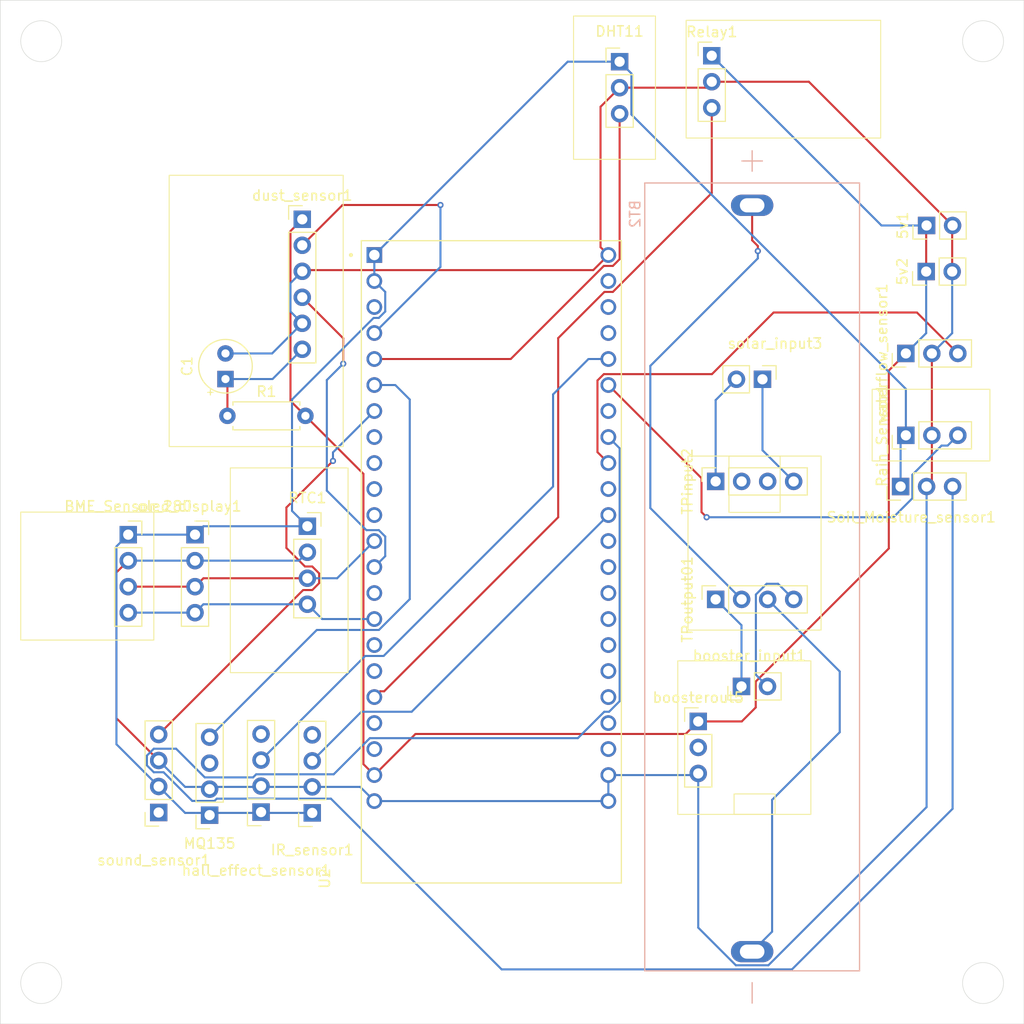
<source format=kicad_pcb>
(kicad_pcb (version 20240108) (generator "pcbnew") (generator_version "8.0")
  (layers (0 "F.Cu" signal) (31 "B.Cu" signal) (34 "B.Paste" user) (35 "F.Paste" user) (36 "B.SilkS" user "B.Silkscreen") (37 "F.SilkS" user "F.Silkscreen") (38 "B.Mask" user) (39 "F.Mask" user) (44 "Edge.Cuts" user))
  (net 0 "")
  (net 1 "GND")
  (net 2 "SCL")
  (net 3 "3.3V")
  (net 4 "SDA")
  (net 5 "Net-(TPoutput01-Pin_1)")
  (net 6 "Net-(TPoutput01-Pin_4)")
  (net 7 "Net-(dust_sensor1-Pin_6)")
  (net 8 "5V")
  (net 9 "Net-(DHT11-Pin_3)")
  (net 11 "Net-(TPoutput01-Pin_3)")
  (net 12 "Net-(TPoutput01-Pin_2)")
  (net 13 "Net-(TPinput2-Pin_1)")
  (net 16 "Net-(TPinput2-Pin_4)")
  (net 40 "Net-(U2-GPIO3)")
  (net 41 "Net-(U2-GPIO4)")
  (net 43 "Net-(U2-GPIO2)")
  (net 44 "Net-(IR_sensor1-Pin_3)")
  (net 46 "Net-(MQ135-Pin_4)")
  (net 48 "Net-(Rain_Sensor1-Pin_3)")
  (net 49 "Net-(Relay1-Pin_3)")
  (net 50 "Net-(Soil_Moisture_sensor1-Pin_3)")
  (net 51 "Net-(U2-GPIO7)")
  (net 53 "Net-(U2-MTCK{slash}GPIO39)")
  (footprint "Connector_PinSocket_2.54mm:PinSocket_1x04_P2.54mm_Vertical" (layer "F.Cu") (at 108.88 90.025 90)
    (property "Reference" "TPoutput01" (at 0 -2.77 -90) (layer "F.SilkS"))
    (property "Value" "Conn_01x04_Pin" (hide yes))
    (pad "1" thru_hole rect (at 0 0 90) (size 1.7 1.7) (drill 1) (layers "*.Cu" "*.Mask") (net 5 "Net-(TPoutput01-Pin_1)"))
    (pad "2" thru_hole oval (at 0 2.54 90) (size 1.7 1.7) (drill 1) (layers "*.Cu" "*.Mask") (net 12 "Net-(TPoutput01-Pin_2)"))
    (pad "3" thru_hole oval (at 0 5.08 90) (size 1.7 1.7) (drill 1) (layers "*.Cu" "*.Mask") (net 11 "Net-(TPoutput01-Pin_3)"))
    (pad "4" thru_hole oval (at 0 7.62 90) (size 1.7 1.7) (drill 1) (layers "*.Cu" "*.Mask") (net 6 "Net-(TPoutput01-Pin_4)"))
  )
  (footprint "esp32s3:XCVR_ESP32-S3-DEVKITC-1-N8R2" (layer "F.Cu") (at 86.9705 86.355)
    (property "Reference" "U2" (at -16.2705 30.9295 90) (layer "F.SilkS"))
    (property "Value" "ESP32-S3-DEVKITC-1-N8R2")
    (pad "J1_1" thru_hole rect (at -11.43 -29.97) (size 1.53 1.53) (drill 1.02) (layers "*.Cu" "*.Mask") (net 3 "3.3V"))
    (pad "J1_2" thru_hole circle (at -11.43 -27.43) (size 1.53 1.53) (drill 1.02) (layers "*.Cu" "*.Mask") (net 3 "3.3V"))
    (pad "J1_3" thru_hole circle (at -11.43 -24.89) (size 1.53 1.53) (drill 1.02) (layers "*.Cu" "*.Mask"))
    (pad "J1_4" thru_hole circle (at -11.43 -22.35) (size 1.53 1.53) (drill 1.02) (layers "*.Cu" "*.Mask") (net 41 "Net-(U2-GPIO4)"))
    (pad "J1_5" thru_hole circle (at -11.43 -19.81) (size 1.53 1.53) (drill 1.02) (layers "*.Cu" "*.Mask") (net 9 "Net-(DHT11-Pin_3)"))
    (pad "J1_6" thru_hole circle (at -11.43 -17.27) (size 1.53 1.53) (drill 1.02) (layers "*.Cu" "*.Mask") (net 46 "Net-(MQ135-Pin_4)"))
    (pad "J1_7" thru_hole circle (at -11.43 -14.73) (size 1.53 1.53) (drill 1.02) (layers "*.Cu" "*.Mask") (net 51 "Net-(U2-GPIO7)"))
    (pad "J1_8" thru_hole circle (at -11.43 -12.19) (size 1.53 1.53) (drill 1.02) (layers "*.Cu" "*.Mask"))
    (pad "J1_9" thru_hole circle (at -11.43 -9.65) (size 1.53 1.53) (drill 1.02) (layers "*.Cu" "*.Mask"))
    (pad "J1_10" thru_hole circle (at -11.43 -7.11) (size 1.53 1.53) (drill 1.02) (layers "*.Cu" "*.Mask"))
    (pad "J1_11" thru_hole circle (at -11.43 -4.57) (size 1.53 1.53) (drill 1.02) (layers "*.Cu" "*.Mask"))
    (pad "J1_12" thru_hole circle (at -11.43 -2.03) (size 1.53 1.53) (drill 1.02) (layers "*.Cu" "*.Mask") (net 4 "SDA"))
    (pad "J1_13" thru_hole circle (at -11.43 0.51) (size 1.53 1.53) (drill 1.02) (layers "*.Cu" "*.Mask") (net 40 "Net-(U2-GPIO3)"))
    (pad "J1_14" thru_hole circle (at -11.43 3.05) (size 1.53 1.53) (drill 1.02) (layers "*.Cu" "*.Mask"))
    (pad "J1_15" thru_hole circle (at -11.43 5.59) (size 1.53 1.53) (drill 1.02) (layers "*.Cu" "*.Mask") (net 2 "SCL"))
    (pad "J1_16" thru_hole circle (at -11.43 8.13) (size 1.53 1.53) (drill 1.02) (layers "*.Cu" "*.Mask"))
    (pad "J1_17" thru_hole circle (at -11.43 10.67) (size 1.53 1.53) (drill 1.02) (layers "*.Cu" "*.Mask"))
    (pad "J1_18" thru_hole circle (at -11.43 13.21) (size 1.53 1.53) (drill 1.02) (layers "*.Cu" "*.Mask") (net 49 "Net-(Relay1-Pin_3)"))
    (pad "J1_19" thru_hole circle (at -11.43 15.75) (size 1.53 1.53) (drill 1.02) (layers "*.Cu" "*.Mask"))
    (pad "J1_20" thru_hole circle (at -11.43 18.29) (size 1.53 1.53) (drill 1.02) (layers "*.Cu" "*.Mask"))
    (pad "J1_21" thru_hole circle (at -11.43 20.83) (size 1.53 1.53) (drill 1.02) (layers "*.Cu" "*.Mask") (net 8 "5V"))
    (pad "J1_22" thru_hole circle (at -11.43 23.37) (size 1.53 1.53) (drill 1.02) (layers "*.Cu" "*.Mask") (net 1 "GND"))
    (pad "J3_1" thru_hole circle (at 11.43 -29.97) (size 1.53 1.53) (drill 1.02) (layers "*.Cu" "*.Mask") (net 1 "GND"))
    (pad "J3_2" thru_hole circle (at 11.43 -27.43) (size 1.53 1.53) (drill 1.02) (layers "*.Cu" "*.Mask"))
    (pad "J3_3" thru_hole circle (at 11.43 -24.89) (size 1.53 1.53) (drill 1.02) (layers "*.Cu" "*.Mask"))
    (pad "J3_4" thru_hole circle (at 11.43 -22.35) (size 1.53 1.53) (drill 1.02) (layers "*.Cu" "*.Mask"))
    (pad "J3_5" thru_hole circle (at 11.43 -19.81) (size 1.53 1.53) (drill 1.02) (layers "*.Cu" "*.Mask") (net 43 "Net-(U2-GPIO2)"))
    (pad "J3_6" thru_hole circle (at 11.43 -17.27) (size 1.53 1.53) (drill 1.02) (layers "*.Cu" "*.Mask") (net 48 "Net-(Rain_Sensor1-Pin_3)"))
    (pad "J3_7" thru_hole circle (at 11.43 -14.73) (size 1.53 1.53) (drill 1.02) (layers "*.Cu" "*.Mask"))
    (pad "J3_8" thru_hole circle (at 11.43 -12.19) (size 1.53 1.53) (drill 1.02) (layers "*.Cu" "*.Mask") (net 50 "Net-(Soil_Moisture_sensor1-Pin_3)"))
    (pad "J3_9" thru_hole circle (at 11.43 -9.65) (size 1.53 1.53) (drill 1.02) (layers "*.Cu" "*.Mask") (net 53 "Net-(U2-MTCK{slash}GPIO39)"))
    (pad "J3_10" thru_hole circle (at 11.43 -7.11) (size 1.53 1.53) (drill 1.02) (layers "*.Cu" "*.Mask"))
    (pad "J3_11" thru_hole circle (at 11.43 -4.57) (size 1.53 1.53) (drill 1.02) (layers "*.Cu" "*.Mask") (net 44 "Net-(IR_sensor1-Pin_3)"))
    (pad "J3_12" thru_hole circle (at 11.43 -2.03) (size 1.53 1.53) (drill 1.02) (layers "*.Cu" "*.Mask"))
    (pad "J3_13" thru_hole circle (at 11.43 0.51) (size 1.53 1.53) (drill 1.02) (layers "*.Cu" "*.Mask"))
    (pad "J3_14" thru_hole circle (at 11.43 3.05) (size 1.53 1.53) (drill 1.02) (layers "*.Cu" "*.Mask"))
    (pad "J3_15" thru_hole circle (at 11.43 5.59) (size 1.53 1.53) (drill 1.02) (layers "*.Cu" "*.Mask"))
    (pad "J3_16" thru_hole circle (at 11.43 8.13) (size 1.53 1.53) (drill 1.02) (layers "*.Cu" "*.Mask"))
    (pad "J3_17" thru_hole circle (at 11.43 10.67) (size 1.53 1.53) (drill 1.02) (layers "*.Cu" "*.Mask"))
    (pad "J3_18" thru_hole circle (at 11.43 13.21) (size 1.53 1.53) (drill 1.02) (layers "*.Cu" "*.Mask"))
    (pad "J3_19" thru_hole circle (at 11.43 15.75) (size 1.53 1.53) (drill 1.02) (layers "*.Cu" "*.Mask"))
    (pad "J3_20" thru_hole circle (at 11.43 18.29) (size 1.53 1.53) (drill 1.02) (layers "*.Cu" "*.Mask"))
    (pad "J3_21" thru_hole circle (at 11.43 20.83) (size 1.53 1.53) (drill 1.02) (layers "*.Cu" "*.Mask") (net 1 "GND"))
    (pad "J3_22" thru_hole circle (at 11.43 23.37) (size 1.53 1.53) (drill 1.02) (layers "*.Cu" "*.Mask") (net 1 "GND"))
  )
  (footprint "Capacitor_THT:CP_Radial_Tantal_D5.0mm_P2.50mm" (layer "F.Cu") (at 61 68.5 90)
    (property "Reference" "C1" (at 1.25 -3.75 90) (layer "F.SilkS"))
    (property "Value" "C_Polarized")
    (pad "1" thru_hole rect (at 0 0 90) (size 1.6 1.6) (drill 0.8) (layers "*.Cu" "*.Mask") (net 7 "Net-(dust_sensor1-Pin_6)"))
    (pad "2" thru_hole circle (at 2.5 0 90) (size 1.6 1.6) (drill 0.8) (layers "*.Cu" "*.Mask") (net 1 "GND"))
  )
  (footprint "Connector_PinHeader_2.54mm:PinHeader_1x02_P2.54mm_Vertical" (layer "F.Cu") (at 129.485 53.5 90)
    (property "Reference" "5v1" (at 0 -2.33 -90) (layer "F.SilkS"))
    (property "Value" "Conn_01x02_Pin" (hide yes))
    (pad "1" thru_hole rect (at 0 0 90) (size 1.7 1.7) (drill 1) (layers "*.Cu" "*.Mask") (net 8 "5V"))
    (pad "2" thru_hole oval (at 0 2.54 90) (size 1.7 1.7) (drill 1) (layers "*.Cu" "*.Mask") (net 1 "GND"))
  )
  (footprint "Connector_PinHeader_2.54mm:PinHeader_1x03_P2.54mm_Vertical" (layer "F.Cu") (at 99.5 37.5)
    (property "Reference" "DHT11" (at 0 -2.96 0) (layer "F.SilkS"))
    (property "Value" "Conn_01x03_Pin" (hide yes))
    (pad "1" thru_hole rect (at 0 0) (size 1.7 1.7) (drill 1) (layers "*.Cu" "*.Mask") (net 3 "3.3V"))
    (pad "2" thru_hole oval (at 0 2.54) (size 1.7 1.7) (drill 1) (layers "*.Cu" "*.Mask") (net 1 "GND"))
    (pad "3" thru_hole oval (at 0 5.08) (size 1.7 1.7) (drill 1) (layers "*.Cu" "*.Mask") (net 9 "Net-(DHT11-Pin_3)"))
  )
  (footprint "Connector_PinSocket_2.54mm:PinSocket_1x04_P2.54mm_Vertical" (layer "F.Cu") (at 54.475 110.84 180)
    (property "Reference" "sound_sensor1" (at 0.475 -4.66 180) (layer "F.SilkS"))
    (property "Value" "Conn_01x04_Pin" (hide yes))
    (pad "1" thru_hole rect (at 0 0 180) (size 1.7 1.7) (drill 1) (layers "*.Cu" "*.Mask"))
    (pad "2" thru_hole oval (at 0 2.54 180) (size 1.7 1.7) (drill 1) (layers "*.Cu" "*.Mask") (net 3 "3.3V"))
    (pad "3" thru_hole oval (at 0 5.08 180) (size 1.7 1.7) (drill 1) (layers "*.Cu" "*.Mask") (net 1 "GND"))
    (pad "4" thru_hole oval (at 0 7.62 180) (size 1.7 1.7) (drill 1) (layers "*.Cu" "*.Mask") (net 51 "Net-(U2-GPIO7)"))
  )
  (footprint "Connector_PinSocket_2.54mm:PinSocket_1x04_P2.54mm_Vertical" (layer "F.Cu") (at 108.88 78.5 90)
    (property "Reference" "TPinput2" (at 0 -2.77 -90) (layer "F.SilkS"))
    (property "Value" "Conn_01x04_Pin")
    (pad "1" thru_hole rect (at 0 0 90) (size 1.7 1.7) (drill 1) (layers "*.Cu" "*.Mask") (net 13 "Net-(TPinput2-Pin_1)"))
    (pad "2" thru_hole oval (at 0 2.54 90) (size 1.7 1.7) (drill 1) (layers "*.Cu" "*.Mask"))
    (pad "3" thru_hole oval (at 0 5.08 90) (size 1.7 1.7) (drill 1) (layers "*.Cu" "*.Mask"))
    (pad "4" thru_hole oval (at 0 7.62 90) (size 1.7 1.7) (drill 1) (layers "*.Cu" "*.Mask") (net 16 "Net-(TPinput2-Pin_4)"))
  )
  (footprint "Connector_PinSocket_2.54mm:PinSocket_1x04_P2.54mm_Vertical" (layer "F.Cu") (at 69 82.88)
    (property "Reference" "RTC1" (at 0 -2.77 0) (layer "F.SilkS"))
    (property "Value" "Conn_01x04_Pin" (hide yes))
    (pad "1" thru_hole rect (at 0 0) (size 1.7 1.7) (drill 1) (layers "*.Cu" "*.Mask") (net 3 "3.3V"))
    (pad "2" thru_hole oval (at 0 2.54) (size 1.7 1.7) (drill 1) (layers "*.Cu" "*.Mask") (net 1 "GND"))
    (pad "3" thru_hole oval (at 0 5.08) (size 1.7 1.7) (drill 1) (layers "*.Cu" "*.Mask") (net 4 "SDA"))
    (pad "4" thru_hole oval (at 0 7.62) (size 1.7 1.7) (drill 1) (layers "*.Cu" "*.Mask") (net 2 "SCL"))
  )
  (footprint "Connector_PinSocket_2.54mm:PinSocket_1x04_P2.54mm_Vertical" (layer "F.Cu") (at 69.475 110.88 180)
    (property "Reference" "IR_sensor1" (at 0 -3.62 180) (layer "F.SilkS"))
    (property "Value" "Conn_01x04_Pin" (hide yes))
    (pad "1" thru_hole rect (at 0 0 180) (size 1.7 1.7) (drill 1) (layers "*.Cu" "*.Mask") (net 3 "3.3V"))
    (pad "2" thru_hole oval (at 0 2.54 180) (size 1.7 1.7) (drill 1) (layers "*.Cu" "*.Mask") (net 1 "GND"))
    (pad "3" thru_hole oval (at 0 5.08 180) (size 1.7 1.7) (drill 1) (layers "*.Cu" "*.Mask") (net 44 "Net-(IR_sensor1-Pin_3)"))
    (pad "4" thru_hole oval (at 0 7.62 180) (size 1.7 1.7) (drill 1) (layers "*.Cu" "*.Mask"))
  )
  (footprint "Connector_PinHeader_2.54mm:PinHeader_1x03_P2.54mm_Vertical" (layer "F.Cu") (at 127.46 74 90)
    (property "Reference" "Rain_Sensor1" (at 0 -2.33 -90) (layer "F.SilkS"))
    (property "Value" "Conn_01x03_Pin" (hide yes))
    (pad "1" thru_hole rect (at 0 0 90) (size 1.7 1.7) (drill 1) (layers "*.Cu" "*.Mask") (net 3 "3.3V"))
    (pad "2" thru_hole oval (at 0 2.54 90) (size 1.7 1.7) (drill 1) (layers "*.Cu" "*.Mask") (net 1 "GND"))
    (pad "3" thru_hole oval (at 0 5.08 90) (size 1.7 1.7) (drill 1) (layers "*.Cu" "*.Mask") (net 48 "Net-(Rain_Sensor1-Pin_3)"))
  )
  (footprint "Connector_PinHeader_2.54mm:PinHeader_1x03_P2.54mm_Vertical" (layer "F.Cu") (at 126.945 79 90)
    (property "Reference" "Soil_Moisture_sensor1" (at -3 1.04 0) (layer "F.SilkS"))
    (property "Value" "Conn_01x03_Pin" (hide yes))
    (pad "1" thru_hole rect (at 0 0 90) (size 1.7 1.7) (drill 1) (layers "*.Cu" "*.Mask") (net 3 "3.3V"))
    (pad "2" thru_hole oval (at 0 2.54 90) (size 1.7 1.7) (drill 1) (layers "*.Cu" "*.Mask") (net 1 "GND"))
    (pad "3" thru_hole oval (at 0 5.08 90) (size 1.7 1.7) (drill 1) (layers "*.Cu" "*.Mask") (net 50 "Net-(Soil_Moisture_sensor1-Pin_3)"))
  )
  (footprint "Resistor_THT:R_Axial_DIN0207_L6.3mm_D2.5mm_P7.62mm_Horizontal" (layer "F.Cu") (at 61.19 72.097349)
    (property "Reference" "R1" (at 3.81 -2.37 0) (layer "F.SilkS"))
    (property "Value" "R" (hide yes))
    (pad "1" thru_hole circle (at 0 0) (size 1.6 1.6) (drill 0.8) (layers "*.Cu" "*.Mask") (net 7 "Net-(dust_sensor1-Pin_6)"))
    (pad "2" thru_hole oval (at 7.62 0) (size 1.6 1.6) (drill 0.8) (layers "*.Cu" "*.Mask") (net 8 "5V"))
  )
  (footprint "Connector_PinHeader_2.54mm:PinHeader_1x03_P2.54mm_Vertical" (layer "F.Cu") (at 107.18 101.945)
    (property "Reference" "boosterout5" (at 0 -2.33 0) (layer "F.SilkS"))
    (property "Value" "Conn_01x03_Pin" (hide yes))
    (pad "1" thru_hole rect (at 0 0) (size 1.7 1.7) (drill 1) (layers "*.Cu" "*.Mask") (net 8 "5V"))
    (pad "2" thru_hole oval (at 0 2.54) (size 1.7 1.7) (drill 1) (layers "*.Cu" "*.Mask"))
    (pad "3" thru_hole oval (at 0 5.08) (size 1.7 1.7) (drill 1) (layers "*.Cu" "*.Mask") (net 1 "GND"))
  )
  (footprint "Connector_PinHeader_2.54mm:PinHeader_1x02_P2.54mm_Vertical" (layer "F.Cu") (at 129.445 58 90)
    (property "Reference" "5v2" (at 0 -2.33 -90) (layer "F.SilkS"))
    (property "Value" "Conn_01x02_Pin" (hide yes))
    (pad "1" thru_hole rect (at 0 0 90) (size 1.7 1.7) (drill 1) (layers "*.Cu" "*.Mask") (net 8 "5V"))
    (pad "2" thru_hole oval (at 0 2.54 90) (size 1.7 1.7) (drill 1) (layers "*.Cu" "*.Mask") (net 1 "GND"))
  )
  (footprint "Connector_PinSocket_2.54mm:PinSocket_1x04_P2.54mm_Vertical" (layer "F.Cu") (at 64.475 110.8 180)
    (property "Reference" "hall_effect_sensor1" (at 0.475 -5.7 180) (layer "F.SilkS"))
    (property "Value" "Conn_01x04_Pin" (hide yes))
    (pad "1" thru_hole rect (at 0 0 180) (size 1.7 1.7) (drill 1) (layers "*.Cu" "*.Mask") (net 3 "3.3V"))
    (pad "2" thru_hole oval (at 0 2.54 180) (size 1.7 1.7) (drill 1) (layers "*.Cu" "*.Mask") (net 1 "GND"))
    (pad "3" thru_hole oval (at 0 5.08 180) (size 1.7 1.7) (drill 1) (layers "*.Cu" "*.Mask") (net 43 "Net-(U2-GPIO2)"))
    (pad "4" thru_hole oval (at 0 7.62 180) (size 1.7 1.7) (drill 1) (layers "*.Cu" "*.Mask"))
  )
  (footprint "Connector_PinHeader_2.54mm:PinHeader_1x02_P2.54mm_Vertical" (layer "F.Cu") (at 113.455 68.525 -90)
    (property "Reference" "solar_input3" (at -3.5 -1.225 180) (layer "F.SilkS"))
    (property "Value" "Conn_01x02_Pin" (hide yes))
    (pad "1" thru_hole rect (at 0 0 270) (size 1.7 1.7) (drill 1) (layers "*.Cu" "*.Mask") (net 16 "Net-(TPinput2-Pin_4)"))
    (pad "2" thru_hole oval (at 0 2.54 270) (size 1.7 1.7) (drill 1) (layers "*.Cu" "*.Mask") (net 13 "Net-(TPinput2-Pin_1)"))
  )
  (footprint "Connector_PinHeader_2.54mm:PinHeader_1x03_P2.54mm_Vertical" (layer "F.Cu") (at 108.5 36.92)
    (property "Reference" "Relay1" (at 0 -2.33 0) (layer "F.SilkS"))
    (property "Value" "Conn_01x03_Pin" (hide yes))
    (pad "1" thru_hole rect (at 0 0) (size 1.7 1.7) (drill 1) (layers "*.Cu" "*.Mask") (net 8 "5V"))
    (pad "2" thru_hole oval (at 0 2.54) (size 1.7 1.7) (drill 1) (layers "*.Cu" "*.Mask") (net 1 "GND"))
    (pad "3" thru_hole oval (at 0 5.08) (size 1.7 1.7) (drill 1) (layers "*.Cu" "*.Mask") (net 49 "Net-(Relay1-Pin_3)"))
  )
  (footprint "Connector_PinHeader_2.54mm:PinHeader_1x03_P2.54mm_Vertical" (layer "F.Cu") (at 127.46 66 90)
    (property "Reference" "waterflow_sensor1" (at 0 -2.33 -90) (layer "F.SilkS"))
    (property "Value" "Conn_01x03_Pin" (hide yes))
    (pad "1" thru_hole rect (at 0 0 90) (size 1.7 1.7) (drill 1) (layers "*.Cu" "*.Mask") (net 8 "5V"))
    (pad "2" thru_hole oval (at 0 2.54 90) (size 1.7 1.7) (drill 1) (layers "*.Cu" "*.Mask") (net 1 "GND"))
    (pad "3" thru_hole oval (at 0 5.08 90) (size 1.7 1.7) (drill 1) (layers "*.Cu" "*.Mask") (net 53 "Net-(U2-MTCK{slash}GPIO39)"))
  )
  (footprint "Connector_PinSocket_2.54mm:PinSocket_1x04_P2.54mm_Vertical" (layer "F.Cu") (at 59.45 111.1 180)
    (property "Reference" "MQ135" (at 0 -2.77 180) (layer "F.SilkS"))
    (property "Value" "Conn_01x04_Pin" (hide yes))
    (pad "1" thru_hole rect (at 0 0 180) (size 1.7 1.7) (drill 1) (layers "*.Cu" "*.Mask") (net 3 "3.3V"))
    (pad "2" thru_hole oval (at 0 2.54 180) (size 1.7 1.7) (drill 1) (layers "*.Cu" "*.Mask") (net 1 "GND"))
    (pad "3" thru_hole oval (at 0 5.08 180) (size 1.7 1.7) (drill 1) (layers "*.Cu" "*.Mask"))
    (pad "4" thru_hole oval (at 0 7.62 180) (size 1.7 1.7) (drill 1) (layers "*.Cu" "*.Mask") (net 46 "Net-(MQ135-Pin_4)"))
  )
  (footprint "Connector_PinHeader_2.54mm:PinHeader_1x06_P2.54mm_Vertical" (layer "F.Cu") (at 68.5 52.897349)
    (property "Reference" "dust_sensor1" (at 0 -2.33 0) (layer "F.SilkS"))
    (property "Value" "Conn_01x06_Pin")
    (pad "1" thru_hole rect (at 0 0) (size 1.7 1.7) (drill 1) (layers "*.Cu" "*.Mask") (net 8 "5V"))
    (pad "2" thru_hole oval (at 0 2.54) (size 1.7 1.7) (drill 1) (layers "*.Cu" "*.Mask") (net 41 "Net-(U2-GPIO4)"))
    (pad "3" thru_hole oval (at 0 5.08) (size 1.7 1.7) (drill 1) (layers "*.Cu" "*.Mask") (net 1 "GND"))
    (pad "4" thru_hole oval (at 0 7.62) (size 1.7 1.7) (drill 1) (layers "*.Cu" "*.Mask") (net 40 "Net-(U2-GPIO3)"))
    (pad "5" thru_hole oval (at 0 10.16) (size 1.7 1.7) (drill 1) (layers "*.Cu" "*.Mask") (net 1 "GND"))
    (pad "6" thru_hole oval (at 0 12.7) (size 1.7 1.7) (drill 1) (layers "*.Cu" "*.Mask") (net 7 "Net-(dust_sensor1-Pin_6)"))
  )
  (footprint "Connector_PinHeader_2.54mm:PinHeader_1x02_P2.54mm_Vertical" (layer "F.Cu") (at 111.405 98.525 90)
    (property "Reference" "booster_input1" (at 3 0.775 0) (layer "F.SilkS"))
    (property "Value" "Conn_01x02_Pin" (hide yes))
    (pad "1" thru_hole rect (at 0 0 90) (size 1.7 1.7) (drill 1) (layers "*.Cu" "*.Mask") (net 5 "Net-(TPoutput01-Pin_1)"))
    (pad "2" thru_hole oval (at 0 2.54 90) (size 1.7 1.7) (drill 1) (layers "*.Cu" "*.Mask") (net 6 "Net-(TPoutput01-Pin_4)"))
  )
  (footprint "Connector_PinSocket_2.54mm:PinSocket_1x04_P2.54mm_Vertical" (layer "F.Cu") (at 58.025 83.7)
    (property "Reference" "oled_display1" (at -0.55 -2.77 0) (layer "F.SilkS"))
    (property "Value" "Conn_01x04_Pin" (hide yes))
    (pad "1" thru_hole rect (at 0 0) (size 1.7 1.7) (drill 1) (layers "*.Cu" "*.Mask") (net 3 "3.3V"))
    (pad "2" thru_hole oval (at 0 2.54) (size 1.7 1.7) (drill 1) (layers "*.Cu" "*.Mask") (net 1 "GND"))
    (pad "3" thru_hole oval (at 0 5.08) (size 1.7 1.7) (drill 1) (layers "*.Cu" "*.Mask") (net 4 "SDA"))
    (pad "4" thru_hole oval (at 0 7.62) (size 1.7 1.7) (drill 1) (layers "*.Cu" "*.Mask") (net 2 "SCL"))
  )
  (footprint "Connector_PinSocket_2.54mm:PinSocket_1x04_P2.54mm_Vertical" (layer "F.Cu") (at 51.5 83.7)
    (property "Reference" "BME_Sensor_280" (at 0 -2.77 0) (layer "F.SilkS"))
    (property "Value" "Conn_01x04_Pin")
    (pad "1" thru_hole rect (at 0 0) (size 1.7 1.7) (drill 1) (layers "*.Cu" "*.Mask") (net 3 "3.3V"))
    (pad "2" thru_hole oval (at 0 2.54) (size 1.7 1.7) (drill 1) (layers "*.Cu" "*.Mask") (net 1 "GND"))
    (pad "3" thru_hole oval (at 0 5.08) (size 1.7 1.7) (drill 1) (layers "*.Cu" "*.Mask") (net 4 "SDA"))
    (pad "4" thru_hole oval (at 0 7.62) (size 1.7 1.7) (drill 1) (layers "*.Cu" "*.Mask") (net 2 "SCL"))
  )
  (footprint "battery:BAT_BK-18650-PC2" (layer "B.Cu") (at 112.445 87.83 -90)
    (property "Reference" "BT2" (at -35.455 11.43 90) (layer "B.SilkS") (effects (justify mirror)))
    (property "Value" "BK-18650-PC2")
    (pad "" np_thru_hole circle (at -27.805 0 270) (size 3.2 3.2) (drill 3.2) (layers "*.Cu" "*.Mask"))
    (pad "" np_thru_hole circle (at 27.81 0 270) (size 3.2 3.2) (drill 3.2) (layers "*.Cu" "*.Mask"))
    (pad "+" thru_hole oval (at -36.3 0 270) (size 2.07 4.14) (drill oval 1.38 2.4) (layers "*.Cu" "*.Mask") (net 12 "Net-(TPoutput01-Pin_2)"))
    (pad "-" thru_hole oval (at 36.6 0 270) (size 2.07 4.14) (drill oval 1.38 2.4) (layers "*.Cu" "*.Mask") (net 11 "Net-(TPoutput01-Pin_3)"))
  )
  (gr_rect (start 124.17 69.5) (end 135.67 76.5) (stroke (width 0.1)) (fill none) (layer "F.SilkS"))
  (gr_rect (start 110.18 76.025) (end 115.18 81.525) (stroke (width 0.1)) (fill none) (layer "F.SilkS"))
  (gr_rect (start 95 33.04) (end 103 47.04) (stroke (width 0.1)) (fill none) (layer "F.SilkS"))
  (gr_rect (start 106 33.46) (end 125 44.96) (stroke (width 0.1)) (fill none) (layer "F.SilkS"))
  (gr_rect (start 110.68 109.025) (end 114.68 111.025) (stroke (width 0.1)) (fill none) (layer "F.SilkS"))
  (gr_rect (start 105.18 96.025) (end 118.18 111.025) (stroke (width 0.1)) (fill none) (layer "F.SilkS"))
  (gr_rect (start 41 81.5) (end 54 94) (stroke (width 0.1)) (fill none) (layer "F.SilkS"))
  (gr_rect (start 61.475 77.18) (end 72.975 97.18) (stroke (width 0.1)) (fill none) (layer "F.SilkS"))
  (gr_rect (start 106.18 76.025) (end 119.18 93.025) (stroke (width 0.1)) (fill none) (layer "F.SilkS"))
  (gr_rect (start 55.5 48.597349) (end 72.5 75.097349) (stroke (width 0.1)) (fill none) (layer "F.SilkS"))
  (gr_circle (center 43 35.5) (end 43 33.5) (stroke (width 0.05)) (fill none) (layer "Edge.Cuts"))
  (gr_circle (center 43 127.5) (end 43 125.5) (stroke (width 0.05)) (fill none) (layer "Edge.Cuts"))
  (gr_circle (center 135 35.5) (end 135 33.5) (stroke (width 0.05)) (fill none) (layer "Edge.Cuts"))
  (gr_circle (center 135 127.5) (end 135 125.5) (stroke (width 0.05)) (fill none) (layer "Edge.Cuts"))
  (gr_rect (start 39 31.5) (end 139 131.5) (stroke (width 0.05)) (fill none) (layer "Edge.Cuts"))
  (segment (start 132.025 53.5) (end 132.025 54.025) (width 0.2) (layer "F.Cu") (net 1))
  (segment (start 130 78.485) (end 129.485 79) (width 0.2) (layer "F.Cu") (net 1))
  (segment (start 97.6355 55.62) (end 97.6355 41.9045) (width 0.2) (layer "F.Cu") (net 1))
  (segment (start 117.985 39.46) (end 132.025 53.5) (width 0.2) (layer "F.Cu") (net 1))
  (segment (start 108.5 39.46) (end 117.985 39.46) (width 0.2) (layer "F.Cu") (net 1))
  (segment (start 98.4005 56.385) (end 97.6355 55.62) (width 0.2) (layer "F.Cu") (net 1))
  (segment (start 50.35 87.39) (end 50.35 101.635) (width 0.2) (layer "F.Cu") (net 1))
  (segment (start 51.5 86.24) (end 50.35 87.39) (width 0.2) (layer "F.Cu") (net 1))
  (segment (start 97.6355 41.9045) (end 99.5 40.04) (width 0.2) (layer "F.Cu") (net 1))
  (segment (start 107.92 40.04) (end 108.5 39.46) (width 0.2) (layer "F.Cu") (net 1))
  (segment (start 99.5 40.04) (end 107.92 40.04) (width 0.2) (layer "F.Cu") (net 1))
  (segment (start 131.985 54.065) (end 131.985 58) (width 0.2) (layer "F.Cu") (net 1))
  (segment (start 96.9255 57.86) (end 98.4005 56.385) (width 0.2) (layer "F.Cu") (net 1))
  (segment (start 68.617349 57.86) (end 96.9255 57.86) (width 0.2) (layer "F.Cu") (net 1))
  (segment (start 130 66) (end 130 78.485) (width 0.2) (layer "F.Cu") (net 1))
  (segment (start 132.025 54.025) (end 131.985 54.065) (width 0.2) (layer "F.Cu") (net 1))
  (segment (start 50.35 101.635) (end 54.475 105.76) (width 0.2) (layer "F.Cu") (net 1))
  (segment (start 68.5 57.977349) (end 68.617349 57.86) (width 0.2) (layer "F.Cu") (net 1))
  (segment (start 110.857025 125.765) (end 107.18 122.087975) (width 0.2) (layer "B.Cu") (net 1))
  (segment (start 131.985 58) (end 131.985 64.015) (width 0.2) (layer "B.Cu") (net 1))
  (segment (start 68.5 63.057349) (end 65.557349 66) (width 0.2) (layer "B.Cu") (net 1))
  (segment (start 74.1555 108.34) (end 75.5405 109.725) (width 0.2) (layer "B.Cu") (net 1))
  (segment (start 68.5 63.057349) (end 67.35 61.907349) (width 0.2) (layer "B.Cu") (net 1))
  (segment (start 67.35 61.907349) (end 67.35 59.127349) (width 0.2) (layer "B.Cu") (net 1))
  (segment (start 65.557349 66) (end 61 66) (width 0.2) (layer "B.Cu") (net 1))
  (segment (start 57.055 108.34) (end 69.475 108.34) (width 0.2) (layer "B.Cu") (net 1))
  (segment (start 69.475 108.34) (end 74.1555 108.34) (width 0.2) (layer "B.Cu") (net 1))
  (segment (start 68.18 86.24) (end 69 85.42) (width 0.2) (layer "B.Cu") (net 1))
  (segment (start 67.35 59.127349) (end 68.5 57.977349) (width 0.2) (layer "B.Cu") (net 1))
  (segment (start 54.475 105.76) (end 57.055 108.34) (width 0.2) (layer "B.Cu") (net 1))
  (segment (start 58.025 86.24) (end 68.18 86.24) (width 0.2) (layer "B.Cu") (net 1))
  (segment (start 131.985 64.015) (end 130 66) (width 0.2) (layer "B.Cu") (net 1))
  (segment (start 98.4005 107.185) (end 107.02 107.185) (width 0.2) (layer "B.Cu") (net 1))
  (segment (start 51.5 86.24) (end 58.025 86.24) (width 0.2) (layer "B.Cu") (net 1))
  (segment (start 75.5405 109.725) (end 98.4005 109.725) (width 0.2) (layer "B.Cu") (net 1))
  (segment (start 114.032975 125.765) (end 110.857025 125.765) (width 0.2) (layer "B.Cu") (net 1))
  (segment (start 107.02 107.185) (end 107.18 107.025) (width 0.2) (layer "B.Cu") (net 1))
  (segment (start 129.485 79) (end 129.485 110.312975) (width 0.2) (layer "B.Cu") (net 1))
  (segment (start 98.4005 109.725) (end 98.4005 107.185) (width 0.2) (layer "B.Cu") (net 1))
  (segment (start 129.485 110.312975) (end 114.032975 125.765) (width 0.2) (layer "B.Cu") (net 1))
  (segment (start 107.18 122.087975) (end 107.18 107.025) (width 0.2) (layer "B.Cu") (net 1))
  (segment (start 70.445 91.945) (end 69 90.5) (width 0.2) (layer "B.Cu") (net 2))
  (segment (start 58.025 91.32) (end 51.5 91.32) (width 0.2) (layer "B.Cu") (net 2))
  (segment (start 75.5405 91.945) (end 70.445 91.945) (width 0.2) (layer "B.Cu") (net 2))
  (segment (start 69 90.5) (end 58.845 90.5) (width 0.2) (layer "B.Cu") (net 2))
  (segment (start 58.845 90.5) (end 58.025 91.32) (width 0.2) (layer "B.Cu") (net 2))
  (segment (start 75.5405 56.385) (end 75.5405 58.925) (width 0.2) (layer "B.Cu") (net 3))
  (segment (start 127.46 74) (end 127.46 69.467975) (width 0.2) (layer "B.Cu") (net 3))
  (segment (start 127.46 69.467975) (end 100.65 42.657975) (width 0.2) (layer "B.Cu") (net 3))
  (segment (start 50.35 104.175) (end 54.475 108.3) (width 0.2) (layer "B.Cu") (net 3))
  (segment (start 58.845 82.88) (end 58.025 83.7) (width 0.2) (layer "B.Cu") (net 3))
  (segment (start 75.47 62.53) (end 67.5 70.5) (width 0.2) (layer "B.Cu") (net 3))
  (segment (start 69 82.88) (end 58.845 82.88) (width 0.2) (layer "B.Cu") (net 3))
  (segment (start 75.981638 62.53) (end 75.47 62.53) (width 0.2) (layer "B.Cu") (net 3))
  (segment (start 126.945 74.515) (end 127.46 74) (width 0.2) (layer "B.Cu") (net 3))
  (segment (start 94.4255 37.5) (end 75.5405 56.385) (width 0.2) (layer "B.Cu") (net 3))
  (segment (start 100.65 42.657975) (end 100.65 38.65) (width 0.2) (layer "B.Cu") (net 3))
  (segment (start 50.35 84.85) (end 50.35 104.175) (width 0.2) (layer "B.Cu") (net 3))
  (segment (start 76.6055 59.99) (end 76.6055 61.906138) (width 0.2) (layer "B.Cu") (net 3))
  (segment (start 75.5405 58.925) (end 76.6055 59.99) (width 0.2) (layer "B.Cu") (net 3))
  (segment (start 76.6055 61.906138) (end 75.981638 62.53) (width 0.2) (layer "B.Cu") (net 3))
  (segment (start 67.5 81.38) (end 69 82.88) (width 0.2) (layer "B.Cu") (net 3))
  (segment (start 54.475 108.3) (end 57.055 110.88) (width 0.2) (layer "B.Cu") (net 3))
  (segment (start 51.5 83.7) (end 50.35 84.85) (width 0.2) (layer "B.Cu") (net 3))
  (segment (start 57.055 110.88) (end 69.475 110.88) (width 0.2) (layer "B.Cu") (net 3))
  (segment (start 99.5 37.5) (end 94.4255 37.5) (width 0.2) (layer "B.Cu") (net 3))
  (segment (start 67.5 70.5) (end 67.5 81.38) (width 0.2) (layer "B.Cu") (net 3))
  (segment (start 100.65 38.65) (end 99.5 37.5) (width 0.2) (layer "B.Cu") (net 3))
  (segment (start 126.945 79) (end 126.945 74.515) (width 0.2) (layer "B.Cu") (net 3))
  (segment (start 58.025 83.7) (end 51.5 83.7) (width 0.2) (layer "B.Cu") (net 3))
  (segment (start 58.025 88.78) (end 51.5 88.78) (width 0.2) (layer "F.Cu") (net 4))
  (segment (start 69 87.96) (end 58.845 87.96) (width 0.2) (layer "F.Cu") (net 4))
  (segment (start 58.845 87.96) (end 58.025 88.78) (width 0.2) (layer "F.Cu") (net 4))
  (segment (start 75.5405 84.325) (end 71.9055 87.96) (width 0.2) (layer "B.Cu") (net 4))
  (segment (start 71.9055 87.96) (end 69 87.96) (width 0.2) (layer "B.Cu") (net 4))
  (segment (start 111.405 98.525) (end 111.405 92.55) (width 0.2) (layer "B.Cu") (net 5))
  (segment (start 111.405 92.55) (end 108.88 90.025) (width 0.2) (layer "B.Cu") (net 5))
  (segment (start 112.81 97.39) (end 112.81 89.548654) (width 0.2) (layer "B.Cu") (net 6))
  (segment (start 112.81 89.548654) (end 113.858654 88.5) (width 0.2) (layer "B.Cu") (net 6))
  (segment (start 113.858654 88.5) (end 114.975 88.5) (width 0.2) (layer "B.Cu") (net 6))
  (segment (start 114.975 88.5) (end 116.5 90.025) (width 0.2) (layer "B.Cu") (net 6))
  (segment (start 113.945 98.525) (end 112.81 97.39) (width 0.2) (layer "B.Cu") (net 6))
  (segment (start 61.19 68.69) (end 61 68.5) (width 0.2) (layer "F.Cu") (net 7))
  (segment (start 61.19 72.097349) (end 61.19 68.69) (width 0.2) (layer "F.Cu") (net 7))
  (segment (start 61 68.5) (end 65.597349 68.5) (width 0.2) (layer "B.Cu") (net 7))
  (segment (start 65.597349 68.5) (end 68.5 65.597349) (width 0.2) (layer "B.Cu") (net 7))
  (segment (start 129.445 58) (end 129.445 53.54) (width 0.2) (layer "F.Cu") (net 8))
  (segment (start 68.81 72.097349) (end 67.35 70.637349) (width 0.2) (layer "F.Cu") (net 8))
  (segment (start 75.5405 107.185) (end 74.4755 106.12) (width 0.2) (layer "F.Cu") (net 8))
  (segment (start 74.4755 106.12) (end 74.4755 77.762849) (width 0.2) (layer "F.Cu") (net 8))
  (segment (start 129.445 53.54) (end 129.485 53.5) (width 0.2) (layer "F.Cu") (net 8))
  (segment (start 112.795 100.58) (end 111.43 101.945) (width 0.2) (layer "F.Cu") (net 8))
  (segment (start 67.35 54.047349) (end 68.5 52.897349) (width 0.2) (layer "F.Cu") (net 8))
  (segment (start 112.795 98.048654) (end 112.795 100.58) (width 0.2) (layer "F.Cu") (net 8))
  (segment (start 127.46 66) (end 125.795 67.665) (width 0.2) (layer "F.Cu") (net 8))
  (segment (start 67.35 70.637349) (end 67.35 54.047349) (width 0.2) (layer "F.Cu") (net 8))
  (segment (start 79.5555 103.17) (end 75.5405 107.185) (width 0.2) (layer "F.Cu") (net 8))
  (segment (start 105.955 103.17) (end 79.5555 103.17) (width 0.2) (layer "F.Cu") (net 8))
  (segment (start 111.43 101.945) (end 107.18 101.945) (width 0.2) (layer "F.Cu") (net 8))
  (segment (start 125.795 85.048654) (end 112.795 98.048654) (width 0.2) (layer "F.Cu") (net 8))
  (segment (start 125.795 67.665) (end 125.795 85.048654) (width 0.2) (layer "F.Cu") (net 8))
  (segment (start 107.18 101.945) (end 105.955 103.17) (width 0.2) (layer "F.Cu") (net 8))
  (segment (start 74.4755 77.762849) (end 68.81 72.097349) (width 0.2) (layer "F.Cu") (net 8))
  (segment (start 125.08 53.5) (end 108.5 36.92) (width 0.2) (layer "B.Cu") (net 8))
  (segment (start 129.485 53.5) (end 125.08 53.5) (width 0.2) (layer "B.Cu") (net 8))
  (segment (start 129.445 58) (end 129.445 64.015) (width 0.2) (layer "B.Cu") (net 8))
  (segment (start 129.445 64.015) (end 127.46 66) (width 0.2) (layer "B.Cu") (net 8))
  (segment (start 97.959362 57.45) (end 98.841638 57.45) (width 0.2) (layer "F.Cu") (net 9))
  (segment (start 98.841638 57.45) (end 99.5 56.791638) (width 0.2) (layer "F.Cu") (net 9))
  (segment (start 99.5 56.791638) (end 99.5 42.58) (width 0.2) (layer "F.Cu") (net 9))
  (segment (start 75.5405 66.545) (end 88.864362 66.545) (width 0.2) (layer "F.Cu") (net 9))
  (segment (start 88.864362 66.545) (end 97.959362 57.45) (width 0.2) (layer "F.Cu") (net 9))
  (segment (start 112.445 124.43) (end 114.395 122.48) (width 0.2) (layer "B.Cu") (net 11))
  (segment (start 121 97.065) (end 113.96 90.025) (width 0.2) (layer "B.Cu") (net 11))
  (segment (start 114.395 109.605) (end 121 103) (width 0.2) (layer "B.Cu") (net 11))
  (segment (start 114.395 122.48) (end 114.395 109.605) (width 0.2) (layer "B.Cu") (net 11))
  (segment (start 121 103) (end 121 97.065) (width 0.2) (layer "B.Cu") (net 11))
  (segment (start 112.445 54.945) (end 112.445 51.53) (width 0.2) (layer "F.Cu") (net 12))
  (segment (start 113 56) (end 113 55.5) (width 0.2) (layer "F.Cu") (net 12))
  (segment (start 113 55.5) (end 112.445 54.945) (width 0.2) (layer "F.Cu") (net 12))
  (via (at 113 56) (size 0.6) (drill 0.3) (layers "F.Cu" "B.Cu") (net 12))
  (segment (start 111.42 90.025) (end 102.5 81.105) (width 0.2) (layer "B.Cu") (net 12))
  (segment (start 113 56.712284) (end 113 56) (width 0.2) (layer "B.Cu") (net 12))
  (segment (start 102.5 67.212284) (end 113 56.712284) (width 0.2) (layer "B.Cu") (net 12))
  (segment (start 102.5 81.105) (end 102.5 67.212284) (width 0.2) (layer "B.Cu") (net 12))
  (segment (start 108.88 78.5) (end 108.88 70.56) (width 0.2) (layer "B.Cu") (net 13))
  (segment (start 108.88 70.56) (end 110.915 68.525) (width 0.2) (layer "B.Cu") (net 13))
  (segment (start 113.455 75.455) (end 113.455 68.525) (width 0.2) (layer "B.Cu") (net 16))
  (segment (start 116.5 78.5) (end 113.455 75.455) (width 0.2) (layer "B.Cu") (net 16))
  (segment (start 72.5 64.517349) (end 68.5 60.517349) (width 0.2) (layer "F.Cu") (net 40))
  (segment (start 72.5 67) (end 72.5 64.517349) (width 0.2) (layer "F.Cu") (net 40))
  (via (at 72.5 67) (size 0.6) (drill 0.3) (layers "F.Cu" "B.Cu") (net 40))
  (segment (start 75.981638 83.26) (end 74.76 83.26) (width 0.2) (layer "B.Cu") (net 40))
  (segment (start 70.9 79.4) (end 70.9 68.6) (width 0.2) (layer "B.Cu") (net 40))
  (segment (start 76.6055 83.883862) (end 75.981638 83.26) (width 0.2) (layer "B.Cu") (net 40))
  (segment (start 74.76 83.26) (end 70.9 79.4) (width 0.2) (layer "B.Cu") (net 40))
  (segment (start 75.5405 86.865) (end 76.6055 85.8) (width 0.2) (layer "B.Cu") (net 40))
  (segment (start 70.9 68.6) (end 72.5 67) (width 0.2) (layer "B.Cu") (net 40))
  (segment (start 76.6055 85.8) (end 76.6055 83.883862) (width 0.2) (layer "B.Cu") (net 40))
  (segment (start 82 51.5) (end 72.437349 51.5) (width 0.2) (layer "F.Cu") (net 41))
  (segment (start 72.437349 51.5) (end 68.5 55.437349) (width 0.2) (layer "F.Cu") (net 41))
  (via (at 82 51.5) (size 0.6) (drill 0.3) (layers "F.Cu" "B.Cu") (net 41))
  (segment (start 82 57.5455) (end 82 51.5) (width 0.2) (layer "B.Cu") (net 41))
  (segment (start 75.5405 64.005) (end 82 57.5455) (width 0.2) (layer "B.Cu") (net 41))
  (segment (start 93 79) (end 93 70) (width 0.2) (layer "B.Cu") (net 43))
  (segment (start 96.455 66.545) (end 93 70) (width 0.2) (layer "B.Cu") (net 43))
  (segment (start 74.645 95.55) (end 76.45 95.55) (width 0.2) (layer "B.Cu") (net 43))
  (segment (start 76.45 95.55) (end 93 79) (width 0.2) (layer "B.Cu") (net 43))
  (segment (start 98.4005 66.545) (end 96.455 66.545) (width 0.2) (layer "B.Cu") (net 43))
  (segment (start 64.475 105.72) (end 74.645 95.55) (width 0.2) (layer "B.Cu") (net 43))
  (segment (start 74.275 101) (end 79.1855 101) (width 0.2) (layer "B.Cu") (net 44))
  (segment (start 69.475 105.8) (end 74.275 101) (width 0.2) (layer "B.Cu") (net 44))
  (segment (start 79.1855 101) (end 98.4005 81.785) (width 0.2) (layer "B.Cu") (net 44))
  (segment (start 69.92 93.01) (end 75.99 93.01) (width 0.2) (layer "B.Cu") (net 46))
  (segment (start 79 90) (end 79 70.5) (width 0.2) (layer "B.Cu") (net 46))
  (segment (start 59.45 103.48) (end 69.92 93.01) (width 0.2) (layer "B.Cu") (net 46))
  (segment (start 77.585 69.085) (end 75.5405 69.085) (width 0.2) (layer "B.Cu") (net 46))
  (segment (start 79 70.5) (end 77.585 69.085) (width 0.2) (layer "B.Cu") (net 46))
  (segment (start 75.99 93.01) (end 79 90) (width 0.2) (layer "B.Cu") (net 46))
  (segment (start 107.5 78.1845) (end 98.4005 69.085) (width 0.2) (layer "F.Cu") (net 48))
  (segment (start 108 82) (end 107.5 81.5) (width 0.2) (layer "F.Cu") (net 48))
  (segment (start 107.5 81.5) (end 107.5 78.1845) (width 0.2) (layer "F.Cu") (net 48))
  (via (at 108 82) (size 0.6) (drill 0.3) (layers "F.Cu" "B.Cu") (net 48))
  (segment (start 108 82) (end 126.245 82) (width 0.2) (layer "B.Cu") (net 48))
  (segment (start 128.095 80.15) (end 128.095 77.85) (width 0.2) (layer "B.Cu") (net 48))
  (segment (start 130.945 75) (end 131.54 75) (width 0.2) (layer "B.Cu") (net 48))
  (segment (start 128.095 77.85) (end 130.945 75) (width 0.2) (layer "B.Cu") (net 48))
  (segment (start 126.245 82) (end 128.095 80.15) (width 0.2) (layer "B.Cu") (net 48))
  (segment (start 131.54 75) (end 132.54 74) (width 0.2) (layer "B.Cu") (net 48))
  (segment (start 108.5 50.331638) (end 108.5 42) (width 0.2) (layer "F.Cu") (net 49))
  (segment (start 93.5 82) (end 93.5 64.5) (width 0.2) (layer "F.Cu") (net 49))
  (segment (start 76.5 99) (end 93.5 82) (width 0.2) (layer "F.Cu") (net 49))
  (segment (start 76.1055 99) (end 76.5 99) (width 0.2) (layer "F.Cu") (net 49))
  (segment (start 93.5 64.5) (end 98.01 59.99) (width 0.2) (layer "F.Cu") (net 49))
  (segment (start 98.01 59.99) (end 98.841638 59.99) (width 0.2) (layer "F.Cu") (net 49))
  (segment (start 98.841638 59.99) (end 108.5 50.331638) (width 0.2) (layer "F.Cu") (net 49))
  (segment (start 75.5405 99.565) (end 76.1055 99) (width 0.2) (layer "F.Cu") (net 49))
  (segment (start 87.973654 126.165) (end 71.298654 109.49) (width 0.2) (layer "B.Cu") (net 50))
  (segment (start 56.173654 104.61) (end 58.973654 107.41) (width 0.2) (layer "B.Cu") (net 50))
  (segment (start 99.5 99.971638) (end 99.5 75.2645) (width 0.2) (layer "B.Cu") (net 50))
  (segment (start 132.025 110.475) (end 116.335 126.165) (width 0.2) (layer "B.Cu") (net 50))
  (segment (start 95.419362 103.58) (end 97.999362 101) (width 0.2) (layer "B.Cu") (net 50))
  (segment (start 71.298654 109.49) (end 60.146346 109.49) (width 0.2) (layer "B.Cu") (net 50))
  (segment (start 71.569362 107.11) (end 75.099362 103.58) (width 0.2) (layer "B.Cu") (net 50))
  (segment (start 116.335 126.165) (end 87.973654 126.165) (width 0.2) (layer "B.Cu") (net 50))
  (segment (start 60.146346 109.49) (end 59.926346 109.71) (width 0.2) (layer "B.Cu") (net 50))
  (segment (start 75.099362 103.58) (end 95.419362 103.58) (width 0.2) (layer "B.Cu") (net 50))
  (segment (start 53.998654 104.61) (end 56.173654 104.61) (width 0.2) (layer "B.Cu") (net 50))
  (segment (start 99.5 75.2645) (end 98.4005 74.165) (width 0.2) (layer "B.Cu") (net 50))
  (segment (start 98.471638 101) (end 99.5 99.971638) (width 0.2) (layer "B.Cu") (net 50))
  (segment (start 63.698654 107.41) (end 63.998654 107.11) (width 0.2) (layer "B.Cu") (net 50))
  (segment (start 57.751346 109.71) (end 54.951346 106.91) (width 0.2) (layer "B.Cu") (net 50))
  (segment (start 132.025 79) (end 132.025 110.475) (width 0.2) (layer "B.Cu") (net 50))
  (segment (start 97.999362 101) (end 98.471638 101) (width 0.2) (layer "B.Cu") (net 50))
  (segment (start 59.926346 109.71) (end 57.751346 109.71) (width 0.2) (layer "B.Cu") (net 50))
  (segment (start 53.325 105.283654) (end 53.998654 104.61) (width 0.2) (layer "B.Cu") (net 50))
  (segment (start 53.998654 106.91) (end 53.325 106.236346) (width 0.2) (layer "B.Cu") (net 50))
  (segment (start 53.325 106.236346) (end 53.325 105.283654) (width 0.2) (layer "B.Cu") (net 50))
  (segment (start 58.973654 107.41) (end 63.698654 107.41) (width 0.2) (layer "B.Cu") (net 50))
  (segment (start 63.998654 107.11) (end 71.569362 107.11) (width 0.2) (layer "B.Cu") (net 50))
  (segment (start 54.951346 106.91) (end 53.998654 106.91) (width 0.2) (layer "B.Cu") (net 50))
  (segment (start 70.15 88.436346) (end 70.15 87.483654) (width 0.2) (layer "F.Cu") (net 51))
  (segment (start 54.475 103.22) (end 68.585 89.11) (width 0.2) (layer "F.Cu") (net 51))
  (segment (start 70.15 87.483654) (end 69.476346 86.81) (width 0.2) (layer "F.Cu") (net 51))
  (segment (start 69.476346 86.81) (end 68.763654 86.81) (width 0.2) (layer "F.Cu") (net 51))
  (segment (start 66.95 84.996346) (end 66.95 81.05) (width 0.2) (layer "F.Cu") (net 51))
  (segment (start 68.763654 86.81) (end 66.95 84.996346) (width 0.2) (layer "F.Cu") (net 51))
  (segment (start 66.95 81.05) (end 71.5 76.5) (width 0.2) (layer "F.Cu") (net 51))
  (segment (start 69.476346 89.11) (end 70.15 88.436346) (width 0.2) (layer "F.Cu") (net 51))
  (segment (start 68.585 89.11) (end 69.476346 89.11) (width 0.2) (layer "F.Cu") (net 51))
  (via (at 71.5 76.5) (size 0.6) (drill 0.3) (layers "F.Cu" "B.Cu") (net 51))
  (segment (start 71.5 75.6655) (end 75.5405 71.625) (width 0.2) (layer "B.Cu") (net 51))
  (segment (start 71.5 76.5) (end 71.5 75.6655) (width 0.2) (layer "B.Cu") (net 51))
  (segment (start 128.54 62) (end 114.54 62) (width 0.2) (layer "F.Cu") (net 53))
  (segment (start 97.959362 68.02) (end 97.3355 68.643862) (width 0.2) (layer "F.Cu") (net 53))
  (segment (start 132.54 66) (end 128.54 62) (width 0.2) (layer "F.Cu") (net 53))
  (segment (start 97.3355 75.64) (end 98.4005 76.705) (width 0.2) (layer "F.Cu") (net 53))
  (segment (start 114.54 62) (end 108.52 68.02) (width 0.2) (layer "F.Cu") (net 53))
  (segment (start 108.52 68.02) (end 97.959362 68.02) (width 0.2) (layer "F.Cu") (net 53))
  (segment (start 97.3355 68.643862) (end 97.3355 75.64) (width 0.2) (layer "F.Cu") (net 53))
)
</source>
